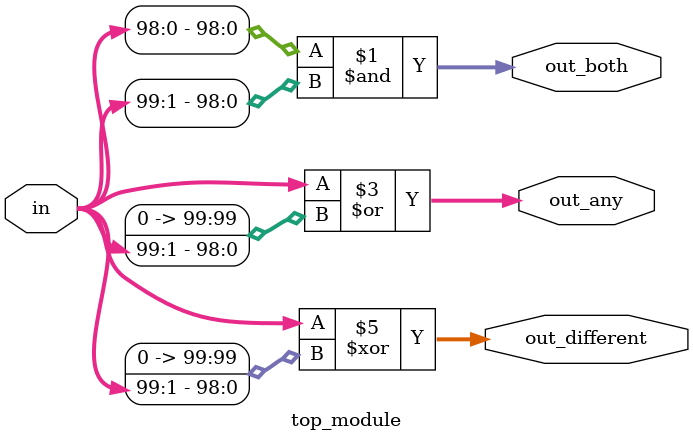
<source format=sv>
module top_module (
    input [99:0] in,
    output [98:0] out_both,
    output [99:0] out_any,
    output [99:0] out_different
);

    // Generate out_both
    assign out_both = in[98:0] & in[99:1];

    // Generate out_any
    assign out_any = in | (in >> 1);

    // Generate out_different
    assign out_different = {in[0] ^ in[99], in ^ (in >> 1)};

endmodule

</source>
